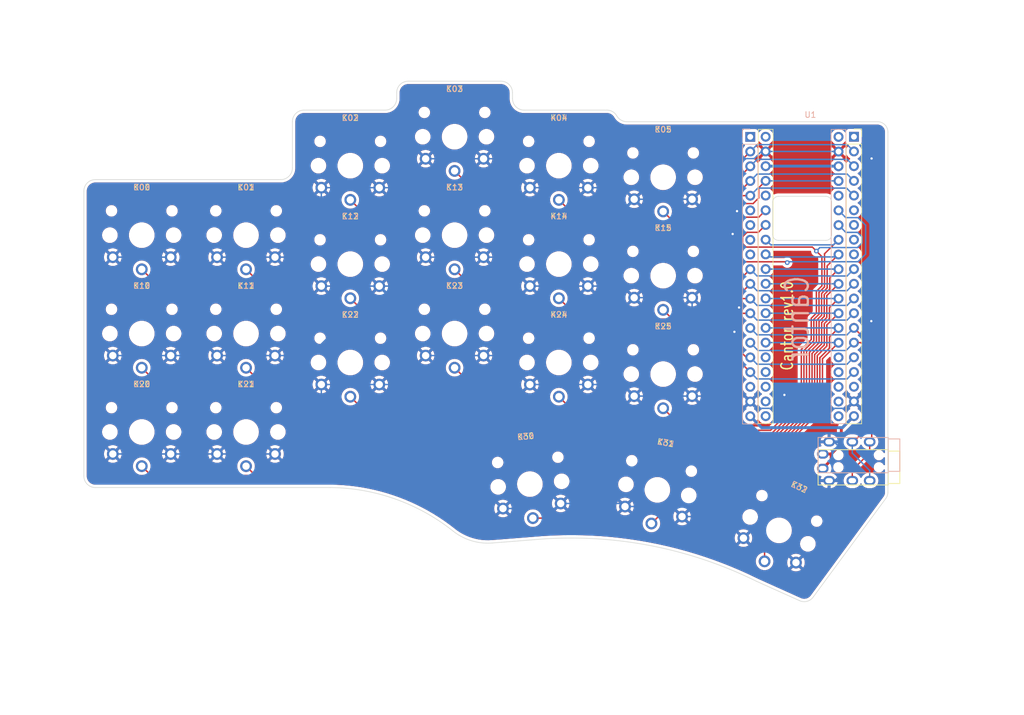
<source format=kicad_pcb>
(kicad_pcb (version 20211014) (generator pcbnew)
  (title_block (rev "rev1.0"))
  (layers (0 "F.Cu" signal) (31 "B.Cu" signal) (34 "B.Paste" user) (35 "F.Paste" user) (36 "B.SilkS" user "B.Silkscreen") (37 "F.SilkS" user "F.Silkscreen") (38 "B.Mask" user) (39 "F.Mask" user) (44 "Edge.Cuts" user))
  (net 0 "")
  (net 1 "+3V3")
  (net 2 "GND")
  (net 3 "/TX")
  (net 4 "/RX")
  (net 5 "/k00")
  (net 6 "/k01")
  (net 7 "/k02")
  (net 8 "/k03")
  (net 9 "/k04")
  (net 10 "/k05")
  (net 11 "/k10")
  (net 12 "/k11")
  (net 13 "/k12")
  (net 14 "/k13")
  (net 15 "/k14")
  (net 16 "/k15")
  (net 17 "/k20")
  (net 18 "/k21")
  (net 19 "/k22")
  (net 20 "/k23")
  (net 21 "/k24")
  (net 22 "/k25")
  (net 23 "/k30")
  (net 24 "/k31")
  (net 25 "/k32")
  (footprint "keyswitches:SW_PG1350_reversible" (layer "F.Cu") (at 164 94)
    (fp_text reference "K25")
    (fp_text value "KEYSW")
  )
  (footprint "keyswitches:SW_PG1350_reversible" (layer "F.Cu") (at 146 92)
    (fp_text reference "K24")
    (fp_text value "KEYSW")
  )
  (footprint "keyswitches:SW_PG1350_reversible" (layer "F.Cu") (at 92 104)
    (fp_text reference "K21")
    (fp_text value "KEYSW")
  )
  (footprint "keyswitches:SW_PG1350_reversible" (layer "F.Cu") (at 110 58)
    (fp_text reference "K02")
    (fp_text value "KEYSW")
  )
  (footprint "keyswitches:SW_PG1350_reversible" (layer "F.Cu") (at 74 87)
    (fp_text reference "K10")
    (fp_text value "KEYSW")
  )
  (footprint "keyswitches:SW_PG1350_reversible" (layer "F.Cu") (at 146 58)
    (fp_text reference "K04")
    (fp_text value "KEYSW")
  )
  (footprint "keyswitches:SW_PG1350_reversible" (layer "F.Cu") (at 110 75)
    (fp_text reference "K12")
    (fp_text value "KEYSW")
  )
  (footprint "keyswitches:SW_PG1350_reversible" (layer "F.Cu") (at 141 113 5)
    (fp_text reference "K30")
    (fp_text value "KEYSW")
  )
  (footprint "keyswitches:SW_PG1350_reversible" (layer "F.Cu") (at 92 70)
    (fp_text reference "K01")
    (fp_text value "KEYSW")
  )
  (footprint "keyswitches:SW_PG1350_reversible" (layer "F.Cu") (at 146 75)
    (fp_text reference "K14")
    (fp_text value "KEYSW")
  )
  (footprint "keyswitches:SW_PG1350_reversible" (layer "F.Cu") (at 128 87)
    (fp_text reference "K23")
    (fp_text value "KEYSW")
  )
  (footprint "keyswitches:SW_PG1350_reversible" (layer "F.Cu") (at 128 53)
    (fp_text reference "K03")
    (fp_text value "KEYSW")
  )
  (footprint "keyswitches:SW_PG1350_reversible" (layer "F.Cu") (at 110 92)
    (fp_text reference "K22")
    (fp_text value "KEYSW")
  )
  (footprint "Keebio-Parts:TRRS-PJ-320A" (layer "F.Cu") (at 202.85 110.1 -90)
    (fp_text reference "J1")
    (fp_text value "TRRS")
  )
  (footprint "keyswitches:SW_PG1350_reversible" (layer "F.Cu") (at 164 77)
    (fp_text reference "K15")
    (fp_text value "KEYSW")
  )
  (footprint "keyswitches:SW_PG1350_reversible" (layer "F.Cu") (at 184 121 -25)
    (fp_text reference "K32")
    (fp_text value "KEYSW")
  )
  (footprint "keyswitches:SW_PG1350_reversible" (layer "F.Cu") (at 92 87)
    (fp_text reference "K11")
    (fp_text value "KEYSW")
  )
  (footprint "Footprints:YAAJ_WeAct_BlackPill_2" (layer "F.Cu") (at 179.155 53)
    (fp_text reference "U1")
    (fp_text value "YAAJ_WeAct_BlackPill_Part_Like" hide)
  )
  (footprint "keyswitches:SW_PG1350_reversible" (layer "F.Cu") (at 164 60)
    (fp_text reference "K05")
    (fp_text value "KEYSW")
  )
  (footprint "keyswitches:SW_PG1350_reversible" (layer "F.Cu") (at 74 104)
    (fp_text reference "K20")
    (fp_text value "KEYSW")
  )
  (footprint "keyswitches:SW_PG1350_reversible" (layer "F.Cu") (at 128 70)
    (fp_text reference "K13")
    (fp_text value "KEYSW")
  )
  (footprint "keyswitches:SW_PG1350_reversible" (layer "F.Cu") (at 74 70)
    (fp_text reference "K00")
    (fp_text value "KEYSW")
  )
  (footprint "keyswitches:SW_PG1350_reversible" (layer "F.Cu") (at 163 114 -10)
    (fp_text reference "K31")
    (fp_text value "KEYSW")
  )
  (gr_line (start 182.9 69.9) (end 182.9 64.3) (layer "Edge.Cuts") (width 0.1))
  (gr_arc (start 201 50.4) (mid 202.272792 50.927208) (end 202.8 52.2) (layer "Edge.Cuts") (width 0.1))
  (gr_arc (start 100 50.4) (mid 100.585786 48.985786) (end 102 48.4) (layer "Edge.Cuts") (width 0.1))
  (gr_line (start 66 113.6) (end 106.5 113.6) (layer "Edge.Cuts") (width 0.1))
  (gr_line (start 189.949999 132.449999) (end 202.434044 115.487896) (layer "Edge.Cuts") (width 0.1))
  (gr_arc (start 134.5 123.175) (mid 130.930967 122.788889) (end 127.75 121.125) (layer "Edge.Cuts") (width 0.1))
  (gr_arc (start 118 45.4) (mid 118.585786 43.985786) (end 120 43.4) (layer "Edge.Cuts") (width 0.1))
  (gr_line (start 192.1 70.9) (end 183.9 70.9) (layer "Edge.Cuts") (width 0.1))
  (gr_line (start 201 50.4) (end 157.750002 50.399998) (layer "Edge.Cuts") (width 0.1))
  (gr_arc (start 182.9 64.3) (mid 183.192893 63.592893) (end 183.9 63.3) (layer "Edge.Cuts") (width 0.1))
  (gr_line (start 118 45.4) (end 118 46.4) (layer "Edge.Cuts") (width 0.1))
  (gr_line (start 138 46.4) (end 138 45.4) (layer "Edge.Cuts") (width 0.1))
  (gr_arc (start 193.1 69.9) (mid 192.807107 70.607107) (end 192.1 70.9) (layer "Edge.Cuts") (width 0.1))
  (gr_line (start 193.092893 64.3) (end 193.1 69.9) (layer "Edge.Cuts") (width 0.1))
  (gr_arc (start 202.8 114.4) (mid 202.70606 114.973899) (end 202.434044 115.487896) (layer "Edge.Cuts") (width 0.1))
  (gr_line (start 100 50.4) (end 100 58.4) (layer "Edge.Cuts") (width 0.1))
  (gr_line (start 98 60.4) (end 66 60.4) (layer "Edge.Cuts") (width 0.1))
  (gr_arc (start 136 43.4) (mid 137.414214 43.985786) (end 138 45.4) (layer "Edge.Cuts") (width 0.1))
  (gr_arc (start 118 46.4) (mid 117.414214 47.814214) (end 116 48.4) (layer "Edge.Cuts") (width 0.1))
  (gr_arc (start 66 113.6) (mid 64.585786 113.014214) (end 64 111.6) (layer "Edge.Cuts") (width 0.1))
  (gr_line (start 202.8 114.4) (end 202.8 113.2) (layer "Edge.Cuts") (width 0.1))
  (gr_line (start 141.8 122.600001) (end 134.5 123.175) (layer "Edge.Cuts") (width 0.1))
  (gr_line (start 180.129399 129.8) (end 187.513868 133.121447) (layer "Edge.Cuts") (width 0.1))
  (gr_arc (start 140 48.4) (mid 138.585786 47.814214) (end 138 46.4) (layer "Edge.Cuts") (width 0.1))
  (gr_arc (start 157.750002 50.399998) (mid 156.742216 50.132373) (end 156 49.4) (layer "Edge.Cuts") (width 0.1))
  (gr_line (start 64 62.4) (end 64 111.6) (layer "Edge.Cuts") (width 0.1))
  (gr_arc (start 192.092893 63.3) (mid 192.8 63.592893) (end 193.092893 64.3) (layer "Edge.Cuts") (width 0.1))
  (gr_arc (start 183.9 70.9) (mid 183.192893 70.607107) (end 182.9 69.9) (layer "Edge.Cuts") (width 0.1))
  (gr_line (start 136 43.4) (end 120 43.4) (layer "Edge.Cuts") (width 0.1))
  (gr_arc (start 64 62.4) (mid 64.585786 60.985786) (end 66 60.4) (layer "Edge.Cuts") (width 0.1))
  (gr_arc (start 106.5 113.600001) (mid 117.756229 115.57996) (end 127.75 121.125) (layer "Edge.Cuts") (width 0.1))
  (gr_line (start 183.9 63.3) (end 192.092893 63.3) (layer "Edge.Cuts") (width 0.1))
  (gr_line (start 116 48.4) (end 102 48.4) (layer "Edge.Cuts") (width 0.1))
  (gr_arc (start 154.3 48.4) (mid 155.286154 48.668538) (end 156 49.4) (layer "Edge.Cuts") (width 0.1))
  (gr_line (start 202.8 113.2) (end 202.8 52.2) (layer "Edge.Cuts") (width 0.1))
  (gr_arc (start 100 58.4) (mid 99.414214 59.814214) (end 98 60.4) (layer "Edge.Cuts") (width 0.1))
  (gr_arc (start 189.949999 132.449999) (mid 188.858511 133.244969) (end 187.513868 133.121447) (layer "Edge.Cuts") (width 0.1))
  (gr_line (start 154.3 48.4) (end 140 48.4) (layer "Edge.Cuts") (width 0.1))
  (gr_arc (start 141.8 122.600001) (mid 161.459797 123.564333) (end 180.129399 129.8) (layer "Edge.Cuts") (width 0.1))
  (gr_text "Cantor" (at 187.15 84.4 90) (layer "B.SilkS") (effects (font (size 4 3) (thickness 0.4)) (justify mirror)))
  (gr_text "Cantor rev1.0" (at 185.4 85.65 90) (layer "F.SilkS") (effects (font (size 2 1.5) (thickness 0.25))))
  (segment (start 193 107.8) (end 191.55 107.8) (width 0.5) (layer "F.Cu") (net 1))
  (segment (start 193 108.85) (end 191.55 110.3) (width 0.5) (layer "F.Cu") (net 1))
  (segment (start 194.75 103.445) (end 194.75 106.05) (width 0.5) (layer "F.Cu") (net 1))
  (segment (start 193.3 107.5) (end 193 107.8) (width 0.5) (layer "F.Cu") (net 1))
  (segment (start 196.935 101.26) (end 194.75 103.445) (width 0.5) (layer "F.Cu") (net 1))
  (segment (start 194.75 106.05) (end 193.3 107.5) (width 0.5) (layer "F.Cu") (net 1))
  (segment (start 193 107.8) (end 193 108.85) (width 0.5) (layer "F.Cu") (net 1))
  (segment (start 179.035 101.28) (end 181.005 103.25) (width 0.5) (layer "B.Cu") (net 1))
  (segment (start 194.945 103.25) (end 196.935 101.26) (width 0.5) (layer "B.Cu") (net 1))
  (segment (start 181.005 103.25) (end 194.945 103.25) (width 0.5) (layer "B.Cu") (net 1))
  (segment (start 181.695 58.08) (end 194.255 58.08) (width 0.5) (layer "B.Cu") (net 1))
  (segment (start 194.255 58.08) (end 194.275 58.1) (width 0.25) (layer "B.Cu") (net 1))
  (via (at 176.75 65.85) (size 0.8) (drill 0.4) (layers "F.Cu" "B.Cu") (net 2))
  (via (at 176.3 86.7) (size 0.8) (drill 0.4) (layers "F.Cu" "B.Cu") (net 2))
  (via (at 199.98 56.76) (size 0.8) (drill 0.4) (layers "F.Cu" "B.Cu") (net 2))
  (via (at 176 69.8) (size 0.8) (drill 0.4) (layers "F.Cu" "B.Cu") (net 2))
  (via (at 177.1 82.5) (size 0.8) (drill 0.4) (layers "F.Cu" "B.Cu") (net 2))
  (via (at 184.93 97.6) (size 0.8) (drill 0.4) (layers "F.Cu" "B.Cu") (net 2))
  (via (at 199.93 84.85) (size 0.8) (drill 0.4) (layers "F.Cu" "B.Cu") (net 2))
  (segment (start 136 56.8) (end 141 61.8) (width 0.25) (layer "B.Cu") (net 2))
  (segment (start 146.312165 116.349761) (end 156.89183 116.349761) (width 0.25) (layer "B.Cu") (net 2))
  (segment (start 194.255 55.54) (end 194.275 55.56) (width 0.25) (layer "B.Cu") (net 2))
  (segment (start 136.350218 117.221319) (end 145.440607 117.221319) (width 0.25) (layer "B.Cu") (net 2))
  (segment (start 79 90.8) (end 69 90.8) (width 0.25) (layer "B.Cu") (net 2))
  (segment (start 97 90.8) (end 100 90.8) (width 0.25) (layer "B.Cu") (net 2))
  (segment (start 115 78.8) (end 118 78.8) (width 0.25) (layer "B.Cu") (net 2))
  (segment (start 192.664511 99.914511) (end 195.740489 99.914511) (width 0.25) (layer "B.Cu") (net 2))
  (segment (start 115 95.8) (end 118 95.8) (width 0.25) (layer "B.Cu") (net 2))
  (segment (start 195.740489 99.914511) (end 196.935 98.72) (width 0.25) (layer "B.Cu") (net 2))
  (segment (start 196.10601 103.75) (end 197.25 103.75) (width 0.25) (layer "B.Cu") (net 2))
  (segment (start 79 107.8) (end 69 107.8) (width 0.25) (layer "B.Cu") (net 2))
  (segment (start 83.2 91.8) (end 86 91.8) (width 0.25) (layer "B.Cu") (net 2))
  (segment (start 87 107.8) (end 97 107.8) (width 0.25) (layer "B.Cu") (net 2))
  (segment (start 194.15601 105.7) (end 192.65 105.7) (width 0.25) (layer "B.Cu") (net 2))
  (segment (start 107.7 86.110114) (end 101.75 92.060114) (width 0.25) (layer "B.Cu") (net 2))
  (segment (start 136 90.8) (end 141 95.8) (width 0.25) (layer "B.Cu") (net 2))
  (segment (start 193.6 112.4) (end 192.65 112.4) (width 0.25) (layer "B.Cu") (net 2))
  (segment (start 154.55 78.7) (end 154.45 78.8) (width 0.25) (layer "B.Cu") (net 2))
  (segment (start 151 61.8) (end 154.55 61.8) (width 0.25) (layer "B.Cu") (net 2))
  (segment (start 87 73.8) (end 86 74.8) (width 0.25) (layer "B.Cu") (net 2))
  (segment (start 157 78.8) (end 159 80.8) (width 0.25) (layer "B.Cu") (net 2))
  (segment (start 118 78.8) (end 123 73.8) (width 0.25) (layer "B.Cu") (net 2))
  (segment (start 79 73.8) (end 69 73.8) (width 0.25) (layer "B.Cu") (net 2))
  (segment (start 141 78.8) (end 151 78.8) (width 0.25) (layer "B.Cu") (net 2))
  (segment (start 97 73.8) (end 105 65.8) (width 0.25) (layer "B.Cu") (net 2))
  (segment (start 155.55 95.8) (end 157 95.8) (width 0.25) (layer "B.Cu") (net 2))
  (segment (start 159 63.8) (end 169 63.8) (width 0.25) (layer "B.Cu") (net 2))
  (segment (start 195.5 110.5) (end 195.5 107.7) (width 0.25) (layer "B.Cu") (net 2))
  (segment (start 189.25 119.25) (end 184.434264 124.065736) (width 0.25) (layer "B.Cu") (net 2))
  (segment (start 80 74.8) (end 79 73.8) (width 0.25) (layer "B.Cu") (net 2))
  (segment (start 154.55 61.8) (end 154.55 78.7) (width 0.25) (layer "B.Cu") (net 2))
  (segment (start 86 74.8) (end 80 74.8) (width 0.25) (layer "B.Cu") (net 2))
  (segment (start 101.689886 92.060114) (end 101.475 92.275) (width 0.25) (layer "B.Cu") (net 2))
  (segment (start 133 73.8) (end 136 73.8) (width 0.25) (layer "B.Cu") (net 2))
  (segment (start 118 95.8) (end 123 90.8) (width 0.25) (layer "B.Cu") (net 2))
  (segment (start 178.095 97.8) (end 179.035 98.74) (width 0.25) (layer "B.Cu") (net 2))
  (segment (start 180.209511 99.914511) (end 192.664511 99.914511) (width 0.25) (layer "B.Cu") (net 2))
  (segment (start 105 65.8) (end 105 61.8) (width 0.25) (layer "B.Cu") (net 2))
  (segment (start 83.2 91.8) (end 82.2 90.8) (width 0.25) (layer "B.Cu") (net 2))
  (segment (start 195.5 107.7) (end 193.5 105.7) (width 0.25) (layer "B.Cu") (net 2))
  (segment (start 189.25 116.85) (end 192.65 113.45) (width 0.25) (layer "B.Cu") (net 2))
  (segment (start 87 73.8) (end 97 73.8) (width 0.25) (layer "B.Cu") (net 2))
  (segment (start 105 95.8) (end 115 95.8) (width 0.25) (layer "B.Cu") (net 2))
  (segment (start 100 73.8) (end 105 78.8) (width 0.25) (layer "B.Cu") (net 2))
  (segment (start 172.13949 118.61051) (end 172.13949 105.63551) (width 0.25) (layer "B.Cu") (net 2))
  (segment (start 169 63.8) (end 176.03 56.77) (width 0.25) (layer "B.Cu") (net 2))
  (segment (start 165.527695 116.874029) (end 167.264176 118.61051) (width 0.25) (layer "B.Cu") (net 2))
  (segment (start 87 90.8) (end 97 90.8) (width 0.25) (layer "B.Cu") (net 2))
  (segment (start 100 90.8) (end 101.475 92.275) (width 0.25) (layer "B.Cu") (net 2))
  (segment (start 79 107.8) (end 87 107.8) (width 0.25) (layer "B.Cu") (net 2))
  (segment (start 174.142144 118.61051) (end 177.862512 122.330878) (width 0.25) (layer "B.Cu") (net 2))
  (segment (start 123 90.8) (end 133 90.8) (width 0.25) (layer "B.Cu") (net 2))
  (segment (start 105 99.8) (end 105 95.8) (width 0.25) (layer "B.Cu") (net 2))
  (segment (start 155.55 78.8) (end 155.55 95.8) (width 0.25) (layer "B.Cu") (net 2))
  (segment (start 101.475 92.275) (end 105 95.8) (width 0.25) (layer "B.Cu") (net 2))
  (segment (start 157 95.8) (end 159 97.8) (width 0.25) (layer "B.Cu") (net 2))
  (segment (start 151 95.8) (end 155.55 95.8) (width 0.25) (layer "B.Cu") (net 2))
  (segment (start 107.7 78.8) (end 107.7 86.110114) (width 0.25) (layer "B.Cu") (net 2))
  (segment (start 179.729282 56.77) (end 180.959282 55.54) (width 0.25) (layer "B.Cu") (net 2))
  (segment (start 169 83.5) (end 174.55 89.05) (width 0.25) (layer "B.Cu") (net 2))
  (segment (start 97 73.8) (end 100 73.8) (width 0.25) (layer "B.Cu") (net 2))
  (segment (start 157 61.8) (end 159 63.8) (width 0.25) (layer "B.Cu") (net 2))
  (segment (start 86 91.8) (end 87 90.8) (width 0.25) (layer "B.Cu") (net 2))
  (segment (start 193.5 105.7) (end 192.65 105.7) (width 0.25) (layer "B.Cu") (net 2))
  (segment (start 198.75 100.535) (end 196.935 98.72) (width 0.25) (layer "B.Cu") (net 2))
  (segment (start 101.75 92.060114) (end 101.689886 92.060114) (width 0.25) (layer "B.Cu") (net 2))
  (segment (start 181.695 55.54) (end 194.255 55.54) (width 0.25) (layer "B.Cu") (net 2))
  (segment (start 192.65 113.45) (end 192.65 112.4) (width 0.25) (layer "B.Cu") (net 2))
  (segment (start 141 95.8) (end 151 95.8) (width 0.25) (layer "B.Cu") (net 2))
  (segment (start 167.264176 118.61051) (end 172.13949 118.61051) (width 0.25) (layer "B.Cu") (net 2))
  (segment (start 169 80.8) (end 169 83.5) (width 0.25) (layer "B.Cu") (net 2))
  (segment (start 157.416098 116.874029) (end 165.527695 116.874029) (width 0.25) (layer "B.Cu") (net 2))
  (segment (start 123 56.8) (end 133 56.8) (width 0.25) (layer "B.Cu") (net 2))
  (segment (start 136 73.8) (end 141 78.8) (width 0.25) (layer "B.Cu") (net 2))
  (segment (start 145.440607 117.221319) (end 146.312165 116.349761) (width 0.25) (layer "B.Cu") (net 2))
  (segment (start 184.434264 124.065736) (end 186.92559 126.557061) (width 0.25) (layer "B.Cu") (net 2))
  (segment (start 172.13949 105.63551) (end 179.035 98.74) (width 0.25) (layer "B.Cu") (net 2))
  (segment (start 172.13949 118.61051) (end 174.142144 118.61051) (width 0.25) (layer "B.Cu") (net 2))
  (segment (start 141 61.8) (end 151 61.8) (width 0.25) (layer "B.Cu") (net 2))
  (segment (start 154.45 78.8) (end 155.55 78.8) (width 0.25) (layer "B.Cu") (net 2))
  (segment (start 195.5 110.5) (end 193.6 112.4) (width 0.25) (layer "B.Cu") (net 2))
  (segment (start 82.2 90.8) (end 79 90.8) (width 0.25) (layer "B.Cu") (net 2))
  (segment (start 174.55 97.8) (end 178.095 97.8) (width 0.25) (layer "B.Cu") (net 2))
  (segment (start 151 78.8) (end 154.45 78.8) (width 0.25) (layer "B.Cu") (net 2))
  (segment (start 154.55 61.8) (end 157 61.8) (width 0.25) (layer "B.Cu") (net 2))
  (segment (start 193.2 112.3) (end 192.6625 112.3) (width 0.25) (layer "B.Cu") (net 2))
  (segment (start 177.862512 122.330878) (end 178.878511 123.346877) (width 0.25) (layer "B.Cu") (net 2))
  (segment (start 174.55 89.05) (end 174.55 97.8) (width 0.25) (layer "B.Cu") (net 2))
  (segment (start 169 97.8) (end 174.55 97.8) (width 0.25) (layer "B.Cu") (net 2))
  (segment (start 196.10601 103.75) (end 194.15601 105.7) (width 0.25) (layer "B.Cu") (net 2))
  (segment (start 118 61.8) (end 123 56.8) (width 0.25) (layer "B.Cu") (net 2))
  (segment (start 156.89183 116.349761) (end 157.416098 116.874029) (width 0.25) (layer "B.Cu") (net 2))
  (segment (start 105 61.8) (end 115 61.8) (width 0.25) (layer "B.Cu") (net 2))
  (segment (start 179.035 98.74) (end 180.209511 99.914511) (width 0.25) (layer "B.Cu") (net 2))
  (segment (start 178.878511 123.346877) (end 183.715406 123.346877) (width 0.25) (layer "B.Cu") (net 2))
  (segment (start 192.65 99.929022) (end 192.664511 99.914511) (width 0.25) (layer "B.Cu") (net 2))
  (segment (start 155.55 78.8) (end 157 78.8) (width 0.25) (layer "B.Cu") (net 2))
  (segment (start 107.7 78.8) (end 115 78.8) (width 0.25) (layer "B.Cu") (net 2))
  (segment (start 123 73.8) (end 133 73.8) (width 0.25) (layer "B.Cu") (net 2))
  (segment (start 159 97.8) (end 169 97.8) (width 0.25) (layer "B.Cu") (net 2))
  (segment (start 115 61.8) (end 118 61.8) (width 0.25) (layer "B.Cu") (net 2))
  (segment (start 183.715406 123.346877) (end 184.434264 124.065736) (width 0.25) (layer "B.Cu") (net 2))
  (segment (start 180.959282 55.54) (end 181.695 55.54) (width 0.25) (layer "B.Cu") (net 2))
  (segment (start 133 90.8) (end 136 90.8) (width 0.25) (layer "B.Cu") (net 2))
  (segment (start 189.25 116.85) (end 189.25 119.25) (width 0.25) (layer "B.Cu") (net 2))
  (segment (start 159 80.8) (end 169 80.8) (width 0.25) (layer "B.Cu") (net 2))
  (segment (start 197.25 103.75) (end 198.75 102.25) (width 0.25) (layer "B.Cu") (net 2))
  (segment (start 198.75 102.25) (end 198.75 100.535) (width 0.25) (layer "B.Cu") (net 2))
  (segment (start 133 56.8) (end 136 56.8) (width 0.25) (layer "B.Cu") (net 2))
  (segment (start 176.03 56.77) (end 179.729282 56.77) (width 0.25) (layer "B.Cu") (net 2))
  (segment (start 105 78.8) (end 107.7 78.8) (width 0.25) (layer "B.Cu") (net 2))
  (segment (start 97 107.8) (end 105 99.8) (width 0.25) (layer "B.Cu") (net 2))
  (segment (start 200 105.35) (end 199.65 105.7) (width 0.25) (layer "F.Cu") (net 3))
  (segment (start 196.65 110.6) (end 196.65 112.4) (width 0.25) (layer "F.Cu") (net 3))
  (segment (start 199.65 107.6) (end 199.65 105.7) (width 0.25) (layer "F.Cu") (net 3))
  (segment (start 199.65 107.6) (end 196.65 110.6) (width 0.25) (layer "F.Cu") (net 3))
  (segment (start 196.935 86.02) (end 200 89.085) (width 0.25) (layer "F.Cu") (net 3))
  (segment (start 200 89.085) (end 200 105.35) (width 0.25) (layer "F.Cu") (net 3))
  (segment (start 193.786995 87.213005) (end 193.788501 87.214511) (width 0.25) (layer "B.Cu") (net 3))
  (segment (start 179.035 86.04) (end 180.208005 87.213005) (width 0.25) (layer "B.Cu") (net 3))
  (segment (start 195.740489 87.214511) (end 196.935 86.02) (width 0.25) (layer "B.Cu") (net 3))
  (segment (start 193.788501 87.214511) (end 195.740489 87.214511) (width 0.25) (layer "B.Cu") (net 3))
  (segment (start 180.208005 87.213005) (end 193.786995 87.213005) (width 0.25) (layer "B.Cu") (net 3))
  (segment (start 198.11 88.56) (end 199.55048 90.00048) (width 0.25) (layer "F.Cu") (net 4))
  (segment (start 199.55048 90.00048) (end 199.55048 102.99952) (width 0.25) (layer "F.Cu") (net 4))
  (segment (start 199.55048 102.99952) (end 196.85 105.7) (width 0.25) (layer "F.Cu") (net 4))
  (segment (start 196.935 88.56) (end 198.11 88.56) (width 0.25) (layer "F.Cu") (net 4))
  (segment (start 196.85 105.7) (end 196.65 105.7) (width 0.25) (layer "F.Cu") (net 4))
  (segment (start 199.65 110.65) (end 199.65 112.4) (width 0.25) (layer "B.Cu") (net 4))
  (segment (start 196.65 107.65) (end 199.65 110.65) (width 0.25) (layer "B.Cu") (net 4))
  (segment (start 180.380489 89.925489) (end 195.569511 89.925489) (width 0.25) (layer "B.Cu") (net 4))
  (segment (start 196.65 105.7) (end 196.65 107.65) (width 0.25) (layer "B.Cu") (net 4))
  (segment (start 179.035 88.58) (end 180.380489 89.925489) (width 0.25) (layer "B.Cu") (net 4))
  (segment (start 195.569511 89.925489) (end 196.935 88.56) (width 0.25) (layer "B.Cu") (net 4))
  (segment (start 76.35 78.25) (end 74 75.9) (width 0.25) (layer "F.Cu") (net 5))
  (segment (start 115.571915 66.94952) (end 106.186198 66.94952) (width 0.25) (layer "F.Cu") (net 5))
  (segment (start 176.384072 74.6) (end 171.683112 69.89904) (width 0.25) (layer "F.Cu") (net 5))
  (segment (start 159.127604 69.89904) (end 156.495943 67.267379) (width 0.25) (layer "F.Cu") (net 5))
  (segment (start 101.69952 71.436198) (end 101.69952 73.936198) (width 0.25) (layer "F.Cu") (net 5))
  (segment (start 181.695 65.7) (end 180.500489 66.894511) (width 0.25) (layer "F.Cu") (net 5))
  (segment (start 140.767379 67.267379) (end 136.39904 62.89904) (width 0.25) (layer "F.Cu") (net 5))
  (segment (start 119.622396 62.89904) (end 115.571915 66.94952) (width 0.25) (layer "F.Cu") (net 5))
  (segment (start 174.687642 66.894511) (end 171.683112 69.89904) (width 0.25) (layer "F.Cu") (net 5))
  (segment (start 97.385717 78.25) (end 76.35 78.25) (width 0.25) (layer "F.Cu") (net 5))
  (segment (start 156.495943 67.267379) (end 140.767379 67.267379) (width 0.25) (layer "F.Cu") (net 5))
  (segment (start 185.28 74.6) (end 176.384072 74.6) (width 0.25) (layer "F.Cu") (net 5))
  (segment (start 185.42 74.74) (end 185.28 74.6) (width 0.25) (layer "F.Cu") (net 5))
  (segment (start 171.683112 69.89904) (end 159.127604 69.89904) (width 0.25) (layer "F.Cu") (net 5))
  (segment (start 136.39904 62.89904) (end 119.622396 62.89904) (width 0.25) (layer "F.Cu") (net 5))
  (segment (start 101.69952 73.936198) (end 97.385717 78.25) (width 0.25) (layer "F.Cu") (net 5))
  (segment (start 106.186198 66.94952) (end 101.69952 71.436198) (width 0.25) (layer "F.Cu") (net 5))
  (segment (start 180.500489 66.894511) (end 174.687642 66.894511) (width 0.25) (layer "F.Cu") (net 5))
  (via (at 185.42 74.74) (size 0.8) (drill 0.4) (layers "F.Cu" "B.Cu") (net 5))
  (segment (start 197.63 74.59) (end 185.57 74.59) (width 0.25) (layer "B.Cu") (net 5))
  (segment (start 197.63 66.97) (end 198.95 68.29) (width 0.25) (layer "B.Cu") (net 5))
  (segment (start 194.275 65.72) (end 195.525 66.97) (width 0.25) (layer "B.Cu") (net 5))
  (segment (start 198.95 73.27) (end 197.63 74.59) (width 0.25) (layer "B.Cu") (net 5))
  (segment (start 198.95 68.29) (end 198.95 73.27) (width 0.25) (layer "B.Cu") (net 5))
  (segment (start 195.525 66.97) (end 197.63 66.97) (width 0.25) (layer "B.Cu") (net 5))
  (segment (start 185.57 74.59) (end 185.42 74.74) (width 0.25) (layer "B.Cu") (net 5))
  (segment (start 115.385718 66.5) (end 106 66.5) (width 0.25) (layer "F.Cu") (net 6))
  (segment (start 180.5 63.566988) (end 179.521499 64.545489) (width 0.25) (layer "F.Cu") (net 6))
  (segment (start 101.25 73.75) (end 97.19952 77.80048) (width 0.25) (layer "F.Cu") (net 6))
  (segment (start 176.400947 64.545489) (end 171.496915 69.44952) (width 0.25) (layer "F.Cu") (net 6))
  (segment (start 181.695 60.62) (end 180.5 61.815) (width 0.25) (layer "F.Cu") (net 6))
  (segment (start 180.5 61.815) (end 180.5 63.566988) (width 0.25) (layer "F.Cu") (net 6))
  (segment (start 97.19952 77.80048) (end 94.90048 77.80048) (width 0.25) (layer "F.Cu") (net 6))
  (segment (start 141.067859 66.817859) (end 136.69952 62.44952) (width 0.25) (layer "F.Cu") (net 6))
  (segment (start 156.682141 66.817859) (end 141.067859 66.817859) (width 0.25) (layer "F.Cu") (net 6))
  (segment (start 179.521499 64.545489) (end 176.400947 64.545489) (width 0.25) (layer "F.Cu") (net 6))
  (segment (start 93.9 77.8) (end 92 75.9) (width 0.25) (layer "F.Cu") (net 6))
  (segment (start 94.90048 77.80048) (end 94.9 77.8) (width 0.25) (layer "F.Cu") (net 6))
  (segment (start 106 66.5) (end 101.25 71.25) (width 0.25) (layer "F.Cu") (net 6))
  (segment (start 101.25 71.25) (end 101.25 73.75) (width 0.25) (layer "F.Cu") (net 6))
  (segment (start 119.436198 62.44952) (end 115.385718 66.5) (width 0.25) (layer "F.Cu") (net 6))
  (segment (start 94.9 77.8) (end 93.9 77.8) (width 0.25) (layer "F.Cu") (net 6))
  (segment (start 136.69952 62.44952) (end 119.436198 62.44952) (width 0.25) (layer "F.Cu") (net 6))
  (segment (start 171.496915 69.44952) (end 159.313803 69.44952) (width 0.25) (layer "F.Cu") (net 6))
  (segment (start 159.313803 69.44952) (end 156.682141 66.817859) (width 0.25) (layer "F.Cu") (net 6))
  (segment (start 194.255 60.62) (end 194.275 60.64) (width 0.25) (layer "B.Cu") (net 6))
  (segment (start 181.695 60.62) (end 194.255 60.62) (width 0.25) (layer "B.Cu") (net 6))
  (segment (start 112.1 66) (end 110 63.9) (width 0.25) (layer "F.Cu") (net 7))
  (segment (start 115.25 66) (end 112.1 66) (width 0.25) (layer "F.Cu") (net 7))
  (segment (start 141.25 66.25) (end 137 62) (width 0.25) (layer "F.Cu") (net 7))
  (segment (start 159.5 69) (end 156.75 66.25) (width 0.25) (layer "F.Cu") (net 7))
  (segment (start 156.75 66.25) (end 141.25 66.25) (width 0.25) (layer "F.Cu") (net 7))
  (segment (start 137 62) (end 119.25 62) (width 0.25) (layer "F.Cu") (net 7))
  (segment (start 177.130718 63.18) (end 171.310718 69) (width 0.25) (layer "F.Cu") (net 7))
  (segment (start 119.25 62) (end 115.25 66) (width 0.25) (layer "F.Cu") (net 7))
  (segment (start 179.035 63.18) (end 177.130718 63.18) (width 0.25) (layer "F.Cu") (net 7))
  (segment (start 171.310718 69) (end 159.5 69) (width 0.25) (layer "F.Cu") (net 7))
  (segment (start 180.345 61.87) (end 195.645 61.87) (width 0.25) (layer "B.Cu") (net 7))
  (segment (start 179.035 63.18) (end 180.345 61.87) (width 0.25) (layer "B.Cu") (net 7))
  (segment (start 195.645 61.87) (end 196.935 63.16) (width 0.25) (layer "B.Cu") (net 7))
  (segment (start 157 65.75) (end 141.5 65.75) (width 0.25) (layer "F.Cu") (net 8))
  (segment (start 137.3 61.55) (end 130.65 61.55) (width 0.25) (layer "F.Cu") (net 8))
  (segment (start 141.5 65.75) (end 137.3 61.55) (width 0.25) (layer "F.Cu") (net 8))
  (segment (start 179.035 60.64) (end 171.175 68.5) (width 0.25) (layer "F.Cu") (net 8))
  (segment (start 171.175 68.5) (end 159.75 68.5) (width 0.25) (layer "F.Cu") (net 8))
  (segment (start 159.75 68.5) (end 157 65.75) (width 0.25) (layer "F.Cu") (net 8))
  (segment (start 130.65 61.55) (end 128 58.9) (width 0.25) (layer "F.Cu") (net 8))
  (segment (start 179.035 60.64) (end 180.229511 59.445489) (width 0.25) (layer "B.Cu") (net 8))
  (segment (start 180.229511 59.445489) (end 195.760489 59.445489) (width 0.25) (layer "B.Cu") (net 8))
  (segment (start 195.760489 59.445489) (end 196.935 60.62) (width 0.25) (layer "B.Cu") (net 8))
  (segment (start 177.3 59.835) (end 177.3 61.739282) (width 0.25) (layer "F.Cu") (net 9))
  (segment (start 147.35 65.25) (end 146 63.9) (width 0.25) (layer "F.Cu") (net 9))
  (segment (start 179.035 58.1) (end 177.3 59.835) (width 0.25) (layer "F.Cu") (net 9))
  (segment (start 160 68) (end 157.25 65.25) (width 0.25) (layer "F.Cu") (net 9))
  (segment (start 177.3 61.739282) (end 171.039282 68) (width 0.25) (layer "F.Cu") (net 9))
  (segment (start 157.25 65.25) (end 147.35 65.25) (width 0.25) (layer "F.Cu") (net 9))
  (segment (start 171.039282 68) (end 160 68) (width 0.25) (layer "F.Cu") (net 9))
  (segment (start 179.035 58.1) (end 180.229511 56.905489) (width 0.25) (layer "B.Cu") (net 9))
  (segment (start 195.760489 56.905489) (end 196.935 58.08) (width 0.25) (layer "B.Cu") (net 9))
  (segment (start 180.229511 56.905489) (end 195.760489 56.905489) (width 0.25) (layer "B.Cu") (net 9))
  (segment (start 176.85048 57.74452) (end 176.85048 61.553084) (width 0.25) (layer "F.Cu") (net 10))
  (segment (start 179.035 55.56) (end 176.85048 57.74452) (width 0.25) (layer "F.Cu") (net 10))
  (segment (start 176.85048 61.553084) (end 170.853084 67.55048) (width 0.25) (layer "F.Cu") (net 10))
  (segment (start 170.853084 67.55048) (end 165.65048 67.55048) (width 0.25) (layer "F.Cu") (net 10))
  (segment (start 165.65048 67.55048) (end 164 65.9) (width 0.25) (layer "F.Cu") (net 10))
  (segment (start 179.035 55.56) (end 180.229511 54.365489) (width 0.25) (layer "B.Cu") (net 10))
  (segment (start 195.760489 54.365489) (end 196.935 55.54) (width 0.25) (layer "B.Cu") (net 10))
  (segment (start 180.229511 54.365489) (end 195.760489 54.365489) (width 0.25) (layer "B.Cu") (net 10))
  (segment (start 142.364282 86.135717) (end 135.745944 79.517379) (width 0.25) (layer "F.Cu") (net 11))
  (segment (start 106.135718 83.75) (end 100.75 89.135718) (width 0.25) (layer "F.Cu") (net 11))
  (segment (start 114.021436 83.75) (end 106.135718 83.75) (width 0.25) (layer "F.Cu") (net 11))
  (segment (start 118.254057 79.517379) (end 114.021436 83.75) (width 0.25) (layer "F.Cu") (net 11))
  (segment (start 177.5 90.9) (end 172.99904 86.39904) (width 0.25) (layer "F.Cu") (net 11))
  (segment (start 135.745944 79.517379) (end 118.254057 79.517379) (width 0.25) (layer "F.Cu") (net 11))
  (segment (start 142.627604 86.39904) (end 142.364282 86.135717) (width 0.25) (layer "F.Cu") (net 11))
  (segment (start 100.75 92) (end 98 94.75) (width 0.25) (layer "F.Cu") (net 11))
  (segment (start 98 94.75) (end 75.85 94.75) (width 0.25) (layer "F.Cu") (net 11))
  (segment (start 100.75 89.135718) (end 100.75 92) (width 0.25) (layer "F.Cu") (net 11))
  (segment (start 179.035 93.66) (end 177.5 92.125) (width 0.25) (layer "F.Cu") (net 11))
  (segment (start 177.5 92.125) (end 177.5 90.9) (width 0.25) (layer "F.Cu") (net 11))
  (segment (start 172.99904 86.39904) (end 142.627604 86.39904) (width 0.25) (layer "F.Cu") (net 11))
  (segment (start 75.85 94.75) (end 74 92.9) (width 0.25) (layer "F.Cu") (net 11))
  (segment (start 179.035 93.66) (end 180.209511 94.834511) (width 0.25) (layer "B.Cu") (net 11))
  (segment (start 180.209511 94.834511) (end 195.740489 94.834511) (width 0.25) (layer "B.Cu") (net 11))
  (segment (start 195.740489 94.834511) (end 196.935 93.64) (width 0.25) (layer "B.Cu") (net 11))
  (segment (start 173.18952 85.94952) (end 142.813802 85.94952) (width 0.25) (layer "F.Cu") (net 12))
  (segment (start 100.30048 91.813802) (end 97.813802 94.30048) (width 0.25) (layer "F.Cu") (net 12))
  (segment (start 93.40048 94.30048) (end 92 92.9) (width 0.25) (layer "F.Cu") (net 12))
  (segment (start 118.067859 79.067859) (end 113.885718 83.25) (width 0.25) (layer "F.Cu") (net 12))
  (segment (start 179.035 91.12) (end 178.36 91.12) (width 0.25) (layer "F.Cu") (net 12))
  (segment (start 100.30048 88.949521) (end 100.30048 91.813802) (width 0.25) (layer "F.Cu") (net 12))
  (segment (start 135.932141 79.067859) (end 118.067859 79.067859) (width 0.25) (layer "F.Cu") (net 12))
  (segment (start 142.813802 85.94952) (end 135.932141 79.067859) (width 0.25) (layer "F.Cu") (net 12))
  (segment (start 106 83.25) (end 100.30048 88.949521) (width 0.25) (layer "F.Cu") (net 12))
  (segment (start 178.36 91.12) (end 173.18952 85.94952) (width 0.25) (layer "F.Cu") (net 12))
  (segment (start 97.813802 94.30048) (end 93.40048 94.30048) (width 0.25) (layer "F.Cu") (net 12))
  (segment (start 113.885718 83.25) (end 106 83.25) (width 0.25) (layer "F.Cu") (net 12))
  (segment (start 195.740489 92.294511) (end 196.935 91.1) (width 0.25) (layer "B.Cu") (net 12))
  (segment (start 180.209511 92.294511) (end 195.740489 92.294511) (width 0.25) (layer "B.Cu") (net 12))
  (segment (start 179.035 91.12) (end 180.209511 92.294511) (width 0.25) (layer "B.Cu") (net 12))
  (segment (start 175.226436 83.5) (end 173.226435 85.5) (width 0.25) (layer "F.Cu") (net 13))
  (segment (start 143 85.5) (end 136 78.5) (width 0.25) (layer "F.Cu") (net 13))
  (segment (start 111.75 82.65) (end 110 80.9) (width 0.25) (layer "F.Cu") (net 13))
  (segment (start 179.035 83.5) (end 175.226436 83.5) (width 0.25) (layer "F.Cu") (net 13))
  (segment (start 113.85 82.65) (end 111.75 82.65) (width 0.25) (layer "F.Cu") (net 13))
  (segment (start 136 78.5) (end 118 78.5) (width 0.25) (layer "F.Cu") (net 13))
  (segment (start 173.226435 85.5) (end 143 85.5) (width 0.25) (layer "F.Cu") (net 13))
  (segment (start 118 78.5) (end 113.85 82.65) (width 0.25) (layer "F.Cu") (net 13))
  (segment (start 195.740489 84.674511) (end 196.935 83.48) (width 0.25) (layer "B.Cu") (net 13))
  (segment (start 179.035 83.5) (end 180.209511 84.674511) (width 0.25) (layer "B.Cu") (net 13))
  (segment (start 180.209511 84.674511) (end 195.740489 84.674511) (width 0.25) (layer "B.Cu") (net 13))
  (segment (start 143.25 85) (end 136.30048 78.05048) (width 0.25) (layer "F.Cu") (net 14))
  (segment (start 136.30048 78.05048) (end 130.15048 78.05048) (width 0.25) (layer "F.Cu") (net 14))
  (segment (start 177.130718 80.96) (end 173.090718 85) (width 0.25) (layer "F.Cu") (net 14))
  (segment (start 179.035 80.96) (end 177.130718 80.96) (width 0.25) (layer "F.Cu") (net 14))
  (segment (start 130.15048 78.05048) (end 128 75.9) (width 0.25) (layer "F.Cu") (net 14))
  (segment (start 173.090718 85) (end 143.25 85) (width 0.25) (layer "F.Cu") (net 14))
  (segment (start 179.035 80.96) (end 180.209511 82.134511) (width 0.25) (layer "B.Cu") (net 14))
  (segment (start 180.209511 82.134511) (end 195.740489 82.134511) (width 0.25) (layer "B.Cu") (net 14))
  (segment (start 195.740489 82.134511) (end 196.935 80.94) (width 0.25) (layer "B.Cu") (net 14))
  (segment (start 149.6 84.5) (end 146 80.9) (width 0.25) (layer "F.Cu") (net 15))
  (segment (start 179.035 78.42) (end 172.955 84.5) (width 0.25) (layer "F.Cu") (net 15))
  (segment (start 172.955 84.5) (end 149.6 84.5) (width 0.25) (layer "F.Cu") (net 15))
  (segment (start 195.740489 79.594511) (end 196.935 78.4) (width 0.25) (layer "B.Cu") (net 15))
  (segment (start 180.209511 79.594511) (end 195.740489 79.594511) (width 0.25) (layer "B.Cu") (net 15))
  (segment (start 179.035 78.42) (end 180.209511 79.594511) (width 0.25) (layer "B.Cu") (net 15))
  (segment (start 165.15048 84.05048) (end 164 82.9) (width 0.25) (layer "F.Cu") (net 16))
  (segment (start 177.4 79.419282) (end 172.768802 84.05048) (width 0.25) (layer "F.Cu") (net 16))
  (segment (start 177.4 77.515) (end 177.4 79.419282) (width 0.25) (layer "F.Cu") (net 16))
  (segment (start 172.768802 84.05048) (end 165.15048 84.05048) (width 0.25) (layer "F.Cu") (net 16))
  (segment (start 179.035 75.88) (end 177.4 77.515) (width 0.25) (layer "F.Cu") (net 16))
  (segment (start 179.035 75.88) (end 180.189511 77.034511) (width 0.25) (layer "B.Cu") (net 16))
  (segment (start 195.740489 77.054511) (end 196.935 75.86) (width 0.25) (layer "B.Cu") (net 16))
  (segment (start 192.275009 77.034511) (end 192.295009 77.054511) (width 0.25) (layer "B.Cu") (net 16))
  (segment (start 180.189511 77.034511) (end 192.275009 77.034511) (width 0.25) (layer "B.Cu") (net 16))
  (segment (start 192.295009 77.054511) (end 195.740489 77.054511) (width 0.25) (layer "B.Cu") (net 16))
  (segment (start 191.810601 85.289399) (end 191.810601 88.963802) (width 0.25) (layer "F.Cu") (net 17))
  (segment (start 183.592846 106) (end 139.114282 106) (width 0.25) (layer "F.Cu") (net 17))
  (segment (start 190.15144 99.441406) (end 183.592846 106) (width 0.25) (layer "F.Cu") (net 17))
  (segment (start 191.810601 88.963802) (end 190.15144 90.622963) (width 0.25) (layer "F.Cu") (net 17))
  (segment (start 190.15144 90.622963) (end 190.15144 99.441406) (width 0.25) (layer "F.Cu") (net 17))
  (segment (start 139.114282 106) (end 135.063802 101.94952) (width 0.25) (layer "F.Cu") (net 17))
  (segment (start 75.6 111.5) (end 74 109.9) (width 0.25) (layer "F.Cu") (net 17))
  (segment (start 192.7 84.4) (end 191.810601 85.289399) (width 0.25) (layer "F.Cu") (net 17))
  (segment (start 192.7 82.535) (end 192.7 84.4) (width 0.25) (layer "F.Cu") (net 17))
  (segment (start 108.30048 101.94952) (end 98.75 111.5) (width 0.25) (layer "F.Cu") (net 17))
  (segment (start 98.75 111.5) (end 75.6 111.5) (width 0.25) (layer "F.Cu") (net 17))
  (segment (start 194.275 80.96) (end 192.7 82.535) (width 0.25) (layer "F.Cu") (net 17))
  (segment (start 135.063802 101.94952) (end 108.30048 101.94952) (width 0.25) (layer "F.Cu") (net 17))
  (segment (start 181.695 80.94) (end 194.255 80.94) (width 0.25) (layer "B.Cu") (net 17))
  (segment (start 194.255 80.94) (end 194.275 80.96) (width 0.25) (layer "B.Cu") (net 17))
  (segment (start 191.361081 85.103202) (end 191.361081 88.777604) (width 0.25) (layer "F.Cu") (net 18))
  (segment (start 191.361081 88.777604) (end 189.70192 90.436765) (width 0.25) (layer "F.Cu") (net 18))
  (segment (start 183.457128 105.5) (end 139.25 105.5) (width 0.25) (layer "F.Cu") (net 18))
  (segment (start 135.25 101.5) (end 108 101.5) (width 0.25) (layer "F.Cu") (net 18))
  (segment (start 189.70192 99.255208) (end 183.457128 105.5) (width 0.25) (layer "F.Cu") (net 18))
  (segment (start 108 101.5) (end 98.44952 111.05048) (width 0.25) (layer "F.Cu") (net 18))
  (segment (start 139.25 105.5) (end 135.25 101.5) (width 0.25) (layer "F.Cu") (net 18))
  (segment (start 194.275 78.42) (end 192.25048 80.44452) (width 0.25) (layer "F.Cu") (net 18))
  (segment (start 93.15048 111.05048) (end 92 109.9) (width 0.25) (layer "F.Cu") (net 18))
  (segment (start 192.25048 84.213802) (end 191.361081 85.103202) (width 0.25) (layer "F.Cu") (net 18))
  (segment (start 189.70192 90.436765) (end 189.70192 99.255208) (width 0.25) (layer "F.Cu") (net 18))
  (segment (start 98.44952 111.05048) (end 93.15048 111.05048) (width 0.25) (layer "F.Cu") (net 18))
  (segment (start 192.25048 80.44452) (end 192.25048 84.213802) (width 0.25) (layer "F.Cu") (net 18))
  (segment (start 194.255 78.4) (end 194.275 78.42) (width 0.25) (layer "B.Cu") (net 18))
  (segment (start 181.695 78.4) (end 194.255 78.4) (width 0.25) (layer "B.Cu") (net 18))
  (segment (start 135.436197 101.05048) (end 113.15048 101.05048) (width 0.25) (layer "F.Cu") (net 19))
  (segment (start 192.754641 77.400359) (end 192.754641 79.304641) (width 0.25) (layer "F.Cu") (net 19))
  (segment (start 139.436197 105.05048) (end 135.436197 101.05048) (width 0.25) (layer "F.Cu") (net 19))
  (segment (start 191.80096 84.027605) (end 190.911562 84.917003) (width 0.25) (layer "F.Cu") (net 19))
  (segment (start 190.911562 84.917003) (end 190.911561 88.591406) (width 0.25) (layer "F.Cu") (net 19))
  (segment (start 189.25 90.252967) (end 189.25 99) (width 0.25) (layer "F.Cu") (net 19))
  (segment (start 113.15048 101.05048) (end 110 97.9) (width 0.25) (layer "F.Cu") (net 19))
  (segment (start 183.19952 105.05048) (end 139.436197 105.05048) (width 0.25) (layer "F.Cu") (net 19))
  (segment (start 189.25 99) (end 183.19952 105.05048) (width 0.25) (layer "F.Cu") (net 19))
  (segment (start 191.80096 80.258323) (end 191.80096 84.027605) (width 0.25) (layer "F.Cu") (net 19))
  (segment (start 190.911561 88.591406) (end 189.25 90.252967) (width 0.25) (layer "F.Cu") (net 19))
  (segment (start 194.275 75.88) (end 192.754641 77.400359) (width 0.25) (layer "F.Cu") (net 19))
  (segment (start 192.754641 79.304641) (end 191.80096 80.258323) (width 0.25) (layer "F.Cu") (net 19))
  (segment (start 194.255 75.86) (end 194.275 75.88) (width 0.25) (layer "B.Cu") (net 19))
  (segment (start 181.695 75.86) (end 194.255 75.86) (width 0.25) (layer "B.Cu") (net 19))
  (segment (start 194.275 73.34) (end 192.305121 75.309879) (width 0.25) (layer "F.Cu") (net 20))
  (segment (start 192.305121 79.118444) (end 191.35144 80.072126) (width 0.25) (layer "F.Cu") (net 20))
  (segment (start 191.35144 80.072126) (end 191.35144 83.841407) (width 0.25) (layer "F.Cu") (net 20))
  (segment (start 183.013322 104.60096) (end 139.70096 104.60096) (width 0.25) (layer "F.Cu") (net 20))
  (segment (start 192.305121 75.309879) (end 192.305121 79.118444) (width 0.25) (layer "F.Cu") (net 20))
  (segment (start 188.75 90.117249) (end 188.75 98.864282) (width 0.25) (layer "F.Cu") (net 20))
  (segment (start 190.462042 84.730806) (end 190.462042 88.405207) (width 0.25) (layer "F.Cu") (net 20))
  (segment (start 190.462042 88.405207) (end 188.75 90.117249) (width 0.25) (layer "F.Cu") (net 20))
  (segment (start 139.70096 104.60096) (end 128 92.9) (width 0.25) (layer "F.Cu") (net 20))
  (segment (start 191.35144 83.841407) (end 190.462042 84.730806) (width 0.25) (layer "F.Cu") (net 20))
  (segment (start 188.75 98.864282) (end 183.013322 104.60096) (width 0.25) (layer "F.Cu") (net 20))
  (segment (start 181.695 73.32) (end 182.135 73.76) (width 0.25) (layer "B.Cu") (net 20))
  (segment (start 182.135 73.76) (end 193.855 73.76) (width 0.25) (layer "B.Cu") (net 20))
  (segment (start 193.855 73.76) (end 194.275 73.34) (width 0.25) (layer "B.Cu") (net 20))
  (segment (start 190.012523 84.544607) (end 190.012522 88.219009) (width 0.25) (layer "F.Cu") (net 21))
  (segment (start 152.25144 104.15144) (end 146 97.9) (width 0.25) (layer "F.Cu") (net 21))
  (segment (start 182.827124 104.15144) (end 152.25144 104.15144) (width 0.25) (layer "F.Cu") (net 21))
  (segment (start 188.30048 98.678084) (end 182.827124 104.15144) (width 0.25) (layer "F.Cu") (net 21))
  (segment (start 194.275 70.8) (end 191.855601 73.219399) (width 0.25) (layer "F.Cu") (net 21))
  (segment (start 190.90192 83.65521) (end 190.012523 84.544607) (width 0.25) (layer "F.Cu") (net 21))
  (segment (start 191.855601 73.219399) (end 191.855601 78.932247) (width 0.25) (layer "F.Cu") (net 21))
  (segment (start 190.012522 88.219009) (end 188.30048 89.931052) (width 0.25) (layer "F.Cu") (net 21))
  (segment (start 191.855601 78.932247) (end 190.901921 79.885927) (width 0.25) (layer "F.Cu") (net 21))
  (segment (start 190.901921 79.885927) (end 190.90192 83.65521) (width 0.25) (layer "F.Cu") (net 21))
  (segment (start 188.30048 89.931052) (end 188.30048 98.678084) (width 0.25) (layer "F.Cu") (net 21))
  (segment (start 193.395 71.68) (end 194.275 70.8) (width 0.25) (layer "B.Cu") (net 21))
  (segment (start 182.595 71.68) (end 193.395 71.68) (width 0.25) (layer "B.Cu") (net 21))
  (segment (start 194.255 70.78) (end 194.275 70.8) (width 0.25) (layer "B.Cu") (net 21))
  (segment (start 181.695 70.78) (end 182.595 71.68) (width 0.25) (layer "B.Cu") (net 21))
  (segment (start 191.406081 78.746049) (end 190.452401 79.69973) (width 0.25) (layer "F.Cu") (net 22))
  (segment (start 189.563002 88.032811) (end 187.85096 89.744855) (width 0.25) (layer "F.Cu") (net 22))
  (segment (start 178.473012 69.51) (end 180.425 69.51) (width 0.25) (layer "F.Cu") (net 22))
  (segment (start 187.85096 98.39904) (end 182.54808 103.70192) (width 0.25) (layer "F.Cu") (net 22))
  (segment (start 177.72 70.263012) (end 178.473012 69.51) (width 0.25) (layer "F.Cu") (net 22))
  (segment (start 190.452401 79.69973) (end 190.452401 83.469011) (width 0.25) (layer "F.Cu") (net 22))
  (segment (start 187.85096 89.744855) (end 187.85096 98.39904) (width 0.25) (layer "F.Cu") (net 22))
  (segment (start 191.406081 73.706081) (end 191.406081 78.746049) (width 0.25) (layer "F.Cu") (net 22))
  (segment (start 189.76 72.06) (end 178.33 72.06) (width 0.25) (layer "F.Cu") (net 22))
  (segment (start 180.425 69.51) (end 181.695 68.24) (width 0.25) (layer "F.Cu") (net 22))
  (segment (start 167.80192 103.70192) (end 164 99.9) (width 0.25) (layer "F.Cu") (net 22))
  (segment (start 190.45 72.75) (end 191.406081 73.706081) (width 0.25) (layer "F.Cu") (net 22))
  (segment (start 182.54808 103.70192) (end 167.80192 103.70192) (width 0.25) (layer "F.Cu") (net 22))
  (segment (start 177.72 71.45) (end 177.72 70.263012) (width 0.25) (layer "F.Cu") (net 22))
  (segment (start 190.45 72.75) (end 189.76 72.06) (width 0.25) (layer "F.Cu") (net 22))
  (segment (start 190.452401 83.469011) (end 189.563003 84.35841) (width 0.25) (layer "F.Cu") (net 22))
  (segment (start 178.33 72.06) (end 177.72 71.45) (width 0.25) (layer "F.Cu") (net 22))
  (segment (start 189.563003 84.35841) (end 189.563002 88.032811) (width 0.25) (layer "F.Cu") (net 22))
  (via (at 190.45 72.75) (size 0.8) (drill 0.4) (layers "F.Cu" "B.Cu") (net 22))
  (segment (start 198.31 70.26) (end 197.57 69.52) (width 0.25) (layer "B.Cu") (net 22))
  (segment (start 198.31 71.36) (end 198.31 70.26) (width 0.25) (layer "B.Cu") (net 22))
  (segment (start 197.53 72.14) (end 198.31 71.36) (width 0.25) (layer "B.Cu") (net 22))
  (segment (start 197.57 69.52) (end 195.535 69.52) (width 0.25) (layer "B.Cu") (net 22))
  (segment (start 194.255 68.24) (end 194.275 68.26) (width 0.25) (layer "B.Cu") (net 22))
  (segment (start 190.45 72.75) (end 191.06 72.14) (width 0.25) (layer "B.Cu") (net 22))
  (segment (start 195.535 69.52) (end 194.275 68.26) (width 0.25) (layer "B.Cu") (net 22))
  (segment (start 191.06 72.14) (end 197.53 72.14) (width 0.25) (layer "B.Cu") (net 22))
  (segment (start 155.75 110.75) (end 147.622451 118.877549) (width 0.25) (layer "F.Cu") (net 23))
  (segment (start 162 110.75) (end 155.75 110.75) (width 0.25) (layer "F.Cu") (net 23))
  (segment (start 192.260121 89.15) (end 190.60096 90.809161) (width 0.25) (layer "F.Cu") (net 23))
  (segment (start 147.622451 118.877549) (end 141.514219 118.877549) (width 0.25) (layer "F.Cu") (net 23))
  (segment (start 190.60096 99.627604) (end 181.228564 109) (width 0.25) (layer "F.Cu") (net 23))
  (segment (start 163.75 109) (end 162 110.75) (width 0.25) (layer "F.Cu") (net 23))
  (segment (start 194.275 83.5) (end 192.260121 85.514879) (width 0.25) (layer "F.Cu") (net 23))
  (segment (start 190.60096 90.809161) (end 190.60096 99.627604) (width 0.25) (layer "F.Cu") (net 23))
  (segment (start 192.260121 85.514879) (end 192.260121 89.15) (width 0.25) (layer "F.Cu") (net 23))
  (segment (start 181.228564 109) (end 163.75 109) (width 0.25) (layer "F.Cu") (net 23))
  (segment (start 194.255 83.48) (end 194.275 83.5) (width 0.25) (layer "B.Cu") (net 23))
  (segment (start 181.695 83.48) (end 194.255 83.48) (width 0.25) (layer "B.Cu") (net 23))
  (segment (start 191.05048 91.168803) (end 191.05048 99.813802) (width 0.25) (layer "F.Cu") (net 24))
  (segment (start 174.364282 116.5) (end 165.285842 116.5) (width 0.25) (layer "F.Cu") (net 24))
  (segment (start 192.709641 89.509641) (end 191.05048 91.168803) (width 0.25) (layer "F.Cu") (net 24))
  (segment (start 194.275 86.04) (end 192.709641 87.605359) (width 0.25) (layer "F.Cu") (net 24))
  (segment (start 192.709641 87.605359) (end 192.709641 89.509641) (width 0.25) (layer "F.Cu") (net 24))
  (segment (start 165.285842 116.5) (end 161.975476 119.810366) (width 0.25) (layer "F.Cu") (net 24))
  (segment (start 191.05048 99.813802) (end 174.364282 116.5) (width 0.25) (layer "F.Cu") (net 24))
  (segment (start 181.695 86.02) (end 194.255 86.02) (width 0.25) (layer "B.Cu") (net 24))
  (segment (start 194.255 86.02) (end 194.275 86.04) (width 0.25) (layer "B.Cu") (net 24))
  (segment (start 182.5 109) (end 182.5 118) (width 0.25) (layer "F.Cu") (net 25))
  (segment (start 194.275 88.58) (end 191.5 91.355) (width 0.25) (layer "F.Cu") (net 25))
  (segment (start 191.5 100) (end 182.5 109) (width 0.25) (layer "F.Cu") (net 25))
  (segment (start 182.5 118) (end 181.506552 118.993448) (width 0.25) (layer "F.Cu") (net 25))
  (segment (start 181.506552 118.993448) (end 181.506552 126.347216) (width 0.25) (layer "F.Cu") (net 25))
  (segment (start 191.5 91.355) (end 191.5 100) (width 0.25) (layer "F.Cu") (net 25))
  (segment (start 181.695 88.56) (end 194.255 88.56) (width 0.25) (layer "B.Cu") (net 25))
  (segment (start 194.255 88.56) (end 194.275 88.58) (width 0.25) (layer "B.Cu") (net 25))
  (zone (net 2) (net_name "GND") (layers F&B.Cu) (connect_pads (clearance 0.508)) (min_thickness 0.254) (fill yes (thermal_gap 0.508) (thermal_bridge_width 0.508))
    (polygon (pts (xy 225.14 152.93) (xy 49.53 144.6) (xy 52.31 31.69) (xy 226.3 29.38)))
  )
)
</source>
